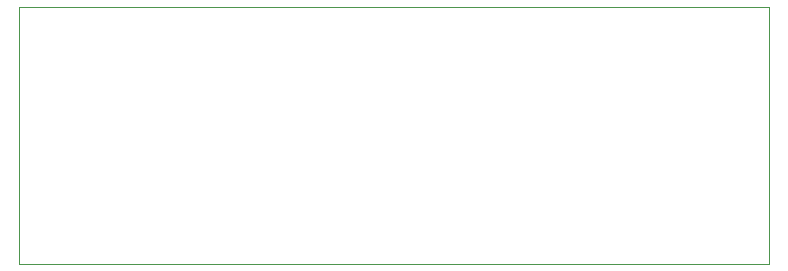
<source format=gbr>
G04 #@! TF.GenerationSoftware,KiCad,Pcbnew,(5.1.5)-3*
G04 #@! TF.CreationDate,2020-03-19T13:13:49+01:00*
G04 #@! TF.ProjectId,buttons,62757474-6f6e-4732-9e6b-696361645f70,rev?*
G04 #@! TF.SameCoordinates,Original*
G04 #@! TF.FileFunction,Profile,NP*
%FSLAX46Y46*%
G04 Gerber Fmt 4.6, Leading zero omitted, Abs format (unit mm)*
G04 Created by KiCad (PCBNEW (5.1.5)-3) date 2020-03-19 13:13:49*
%MOMM*%
%LPD*%
G04 APERTURE LIST*
%ADD10C,0.050000*%
G04 APERTURE END LIST*
D10*
X161000000Y-57600000D02*
X161000000Y-35800000D01*
X97500000Y-57600000D02*
X161000000Y-57600000D01*
X97500000Y-35800000D02*
X97500000Y-57600000D01*
X161000000Y-35800000D02*
X97500000Y-35800000D01*
M02*

</source>
